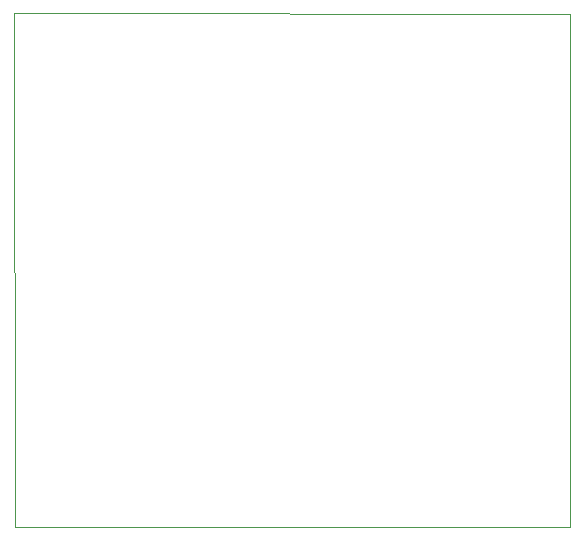
<source format=gm1>
%TF.GenerationSoftware,KiCad,Pcbnew,(5.1.8)-1*%
%TF.CreationDate,2021-01-31T12:31:16-05:00*%
%TF.ProjectId,test CNC,74657374-2043-44e4-932e-6b696361645f,rev?*%
%TF.SameCoordinates,Original*%
%TF.FileFunction,Profile,NP*%
%FSLAX46Y46*%
G04 Gerber Fmt 4.6, Leading zero omitted, Abs format (unit mm)*
G04 Created by KiCad (PCBNEW (5.1.8)-1) date 2021-01-31 12:31:16*
%MOMM*%
%LPD*%
G01*
G04 APERTURE LIST*
%TA.AperFunction,Profile*%
%ADD10C,0.050000*%
%TD*%
G04 APERTURE END LIST*
D10*
X106680000Y-88392000D02*
X153670000Y-88392000D01*
X106654600Y-44907200D02*
X106680000Y-88392000D01*
X153670000Y-45008800D02*
X153670000Y-88392000D01*
X106654600Y-44907200D02*
X153670000Y-45008800D01*
M02*

</source>
